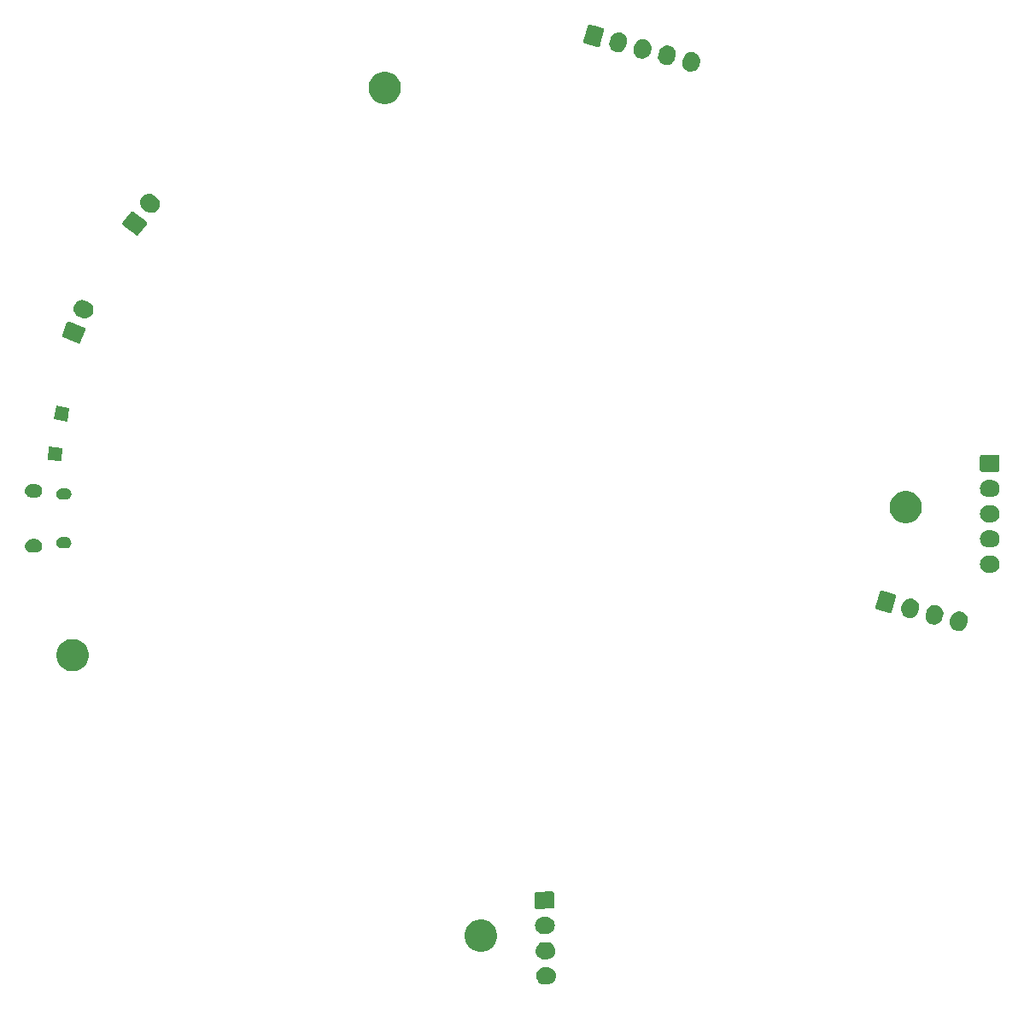
<source format=gbr>
G04 #@! TF.GenerationSoftware,KiCad,Pcbnew,(5.1.4)-1*
G04 #@! TF.CreationDate,2020-09-27T16:22:14-07:00*
G04 #@! TF.ProjectId,StarGazer,53746172-4761-47a6-9572-2e6b69636164,rev?*
G04 #@! TF.SameCoordinates,Original*
G04 #@! TF.FileFunction,Soldermask,Bot*
G04 #@! TF.FilePolarity,Negative*
%FSLAX46Y46*%
G04 Gerber Fmt 4.6, Leading zero omitted, Abs format (unit mm)*
G04 Created by KiCad (PCBNEW (5.1.4)-1) date 2020-09-27 16:22:14*
%MOMM*%
%LPD*%
G04 APERTURE LIST*
%ADD10C,0.100000*%
G04 APERTURE END LIST*
D10*
G36*
X162652544Y-135515898D02*
G01*
X162788647Y-135553834D01*
X162813835Y-135560855D01*
X162813836Y-135560855D01*
X162813838Y-135560856D01*
X162963251Y-135636412D01*
X163095057Y-135739667D01*
X163204186Y-135866655D01*
X163286445Y-136012490D01*
X163338673Y-136171576D01*
X163358860Y-136337786D01*
X163346233Y-136504740D01*
X163346232Y-136504743D01*
X163346232Y-136504744D01*
X163301277Y-136666031D01*
X163263708Y-136740322D01*
X163225717Y-136815452D01*
X163122465Y-136947253D01*
X162995477Y-137056383D01*
X162950285Y-137081873D01*
X162849641Y-137138642D01*
X162828101Y-137145713D01*
X162690559Y-137190869D01*
X162567734Y-137205786D01*
X162565990Y-137205998D01*
X162232579Y-137213564D01*
X162232571Y-137213564D01*
X162107456Y-137204102D01*
X162008495Y-137176518D01*
X161946165Y-137159145D01*
X161796748Y-137083587D01*
X161796744Y-137083585D01*
X161664943Y-136980333D01*
X161598142Y-136902600D01*
X161555813Y-136853345D01*
X161473554Y-136707509D01*
X161459937Y-136666029D01*
X161421327Y-136548427D01*
X161401139Y-136382214D01*
X161413766Y-136215260D01*
X161441350Y-136116299D01*
X161458723Y-136053969D01*
X161534281Y-135904552D01*
X161534283Y-135904548D01*
X161637535Y-135772747D01*
X161715268Y-135705946D01*
X161764523Y-135663617D01*
X161910359Y-135581358D01*
X161949678Y-135568450D01*
X162069441Y-135529131D01*
X162185326Y-135515057D01*
X162194009Y-135514002D01*
X162527421Y-135506436D01*
X162527428Y-135506436D01*
X162652544Y-135515898D01*
X162652544Y-135515898D01*
G37*
G36*
X162595826Y-133016541D02*
G01*
X162731929Y-133054477D01*
X162757117Y-133061498D01*
X162757118Y-133061498D01*
X162757120Y-133061499D01*
X162906533Y-133137055D01*
X163038339Y-133240310D01*
X163147468Y-133367298D01*
X163229727Y-133513133D01*
X163281955Y-133672219D01*
X163302142Y-133838429D01*
X163289515Y-134005383D01*
X163289514Y-134005386D01*
X163289514Y-134005387D01*
X163244559Y-134166674D01*
X163206990Y-134240965D01*
X163168999Y-134316095D01*
X163065747Y-134447896D01*
X162938759Y-134557026D01*
X162893567Y-134582516D01*
X162792923Y-134639285D01*
X162771383Y-134646356D01*
X162633841Y-134691512D01*
X162511016Y-134706429D01*
X162509272Y-134706641D01*
X162175861Y-134714207D01*
X162175853Y-134714207D01*
X162050738Y-134704745D01*
X161951777Y-134677161D01*
X161889447Y-134659788D01*
X161740030Y-134584230D01*
X161740026Y-134584228D01*
X161608225Y-134480976D01*
X161541424Y-134403243D01*
X161499095Y-134353988D01*
X161416836Y-134208152D01*
X161403219Y-134166672D01*
X161364609Y-134049070D01*
X161344421Y-133882857D01*
X161357048Y-133715903D01*
X161384632Y-133616942D01*
X161402005Y-133554612D01*
X161477563Y-133405195D01*
X161477565Y-133405191D01*
X161580817Y-133273390D01*
X161658550Y-133206589D01*
X161707805Y-133164260D01*
X161853641Y-133082001D01*
X161892960Y-133069093D01*
X162012723Y-133029774D01*
X162128608Y-133015700D01*
X162137291Y-133014645D01*
X162470703Y-133007079D01*
X162470710Y-133007079D01*
X162595826Y-133016541D01*
X162595826Y-133016541D01*
G37*
G36*
X156386703Y-130841487D02*
G01*
X156677885Y-130962097D01*
X156939942Y-131137199D01*
X157162801Y-131360058D01*
X157337903Y-131622115D01*
X157458513Y-131913297D01*
X157520000Y-132222413D01*
X157520000Y-132537587D01*
X157458513Y-132846703D01*
X157337903Y-133137885D01*
X157162801Y-133399942D01*
X156939942Y-133622801D01*
X156677885Y-133797903D01*
X156386703Y-133918513D01*
X156077587Y-133980000D01*
X155762413Y-133980000D01*
X155453297Y-133918513D01*
X155162115Y-133797903D01*
X154900058Y-133622801D01*
X154677199Y-133399942D01*
X154502097Y-133137885D01*
X154381487Y-132846703D01*
X154320000Y-132537587D01*
X154320000Y-132222413D01*
X154381487Y-131913297D01*
X154502097Y-131622115D01*
X154677199Y-131360058D01*
X154900058Y-131137199D01*
X155162115Y-130962097D01*
X155453297Y-130841487D01*
X155762413Y-130780000D01*
X156077587Y-130780000D01*
X156386703Y-130841487D01*
X156386703Y-130841487D01*
G37*
G36*
X162539107Y-130517185D02*
G01*
X162675210Y-130555121D01*
X162700398Y-130562142D01*
X162700399Y-130562142D01*
X162700401Y-130562143D01*
X162849814Y-130637699D01*
X162981620Y-130740954D01*
X163090749Y-130867942D01*
X163173008Y-131013777D01*
X163225236Y-131172863D01*
X163245423Y-131339073D01*
X163232796Y-131506027D01*
X163232795Y-131506030D01*
X163232795Y-131506031D01*
X163187840Y-131667318D01*
X163150271Y-131741609D01*
X163112280Y-131816739D01*
X163009028Y-131948540D01*
X162882040Y-132057670D01*
X162836848Y-132083160D01*
X162736204Y-132139929D01*
X162714664Y-132147000D01*
X162577122Y-132192156D01*
X162454297Y-132207073D01*
X162452553Y-132207285D01*
X162119142Y-132214851D01*
X162119134Y-132214851D01*
X161994019Y-132205389D01*
X161895058Y-132177805D01*
X161832728Y-132160432D01*
X161683311Y-132084874D01*
X161683307Y-132084872D01*
X161551506Y-131981620D01*
X161484705Y-131903887D01*
X161442376Y-131854632D01*
X161360117Y-131708796D01*
X161346500Y-131667316D01*
X161307890Y-131549714D01*
X161287702Y-131383501D01*
X161300329Y-131216547D01*
X161327913Y-131117586D01*
X161345286Y-131055256D01*
X161420844Y-130905839D01*
X161420846Y-130905835D01*
X161524098Y-130774034D01*
X161601831Y-130707233D01*
X161651086Y-130664904D01*
X161796922Y-130582645D01*
X161836241Y-130569737D01*
X161956004Y-130530418D01*
X162071889Y-130516344D01*
X162080572Y-130515289D01*
X162413984Y-130507723D01*
X162413991Y-130507723D01*
X162539107Y-130517185D01*
X162539107Y-130517185D01*
G37*
G36*
X162993037Y-127998294D02*
G01*
X163033434Y-128009554D01*
X163070850Y-128028475D01*
X163103857Y-128054332D01*
X163131186Y-128086134D01*
X163151788Y-128122659D01*
X163164867Y-128162497D01*
X163170224Y-128206606D01*
X163170981Y-128239954D01*
X163170982Y-128239964D01*
X163198207Y-129439655D01*
X163198206Y-129439665D01*
X163198963Y-129473013D01*
X163195613Y-129517318D01*
X163184353Y-129557715D01*
X163165432Y-129595131D01*
X163139575Y-129628138D01*
X163107773Y-129655467D01*
X163071248Y-129676069D01*
X163031410Y-129689148D01*
X162987301Y-129694505D01*
X162953953Y-129695262D01*
X162953943Y-129695263D01*
X161504316Y-129728160D01*
X161504306Y-129728159D01*
X161470958Y-129728916D01*
X161426653Y-129725566D01*
X161386256Y-129714306D01*
X161348840Y-129695385D01*
X161315833Y-129669528D01*
X161288504Y-129637726D01*
X161267902Y-129601201D01*
X161254823Y-129561363D01*
X161249466Y-129517254D01*
X161248709Y-129483906D01*
X161248708Y-129483896D01*
X161221483Y-128284205D01*
X161221484Y-128284195D01*
X161220727Y-128250847D01*
X161224077Y-128206542D01*
X161235337Y-128166145D01*
X161254258Y-128128729D01*
X161280115Y-128095722D01*
X161311917Y-128068393D01*
X161348442Y-128047791D01*
X161388280Y-128034712D01*
X161432389Y-128029355D01*
X161465737Y-128028598D01*
X161465747Y-128028597D01*
X162915374Y-127995700D01*
X162915384Y-127995701D01*
X162948732Y-127994944D01*
X162993037Y-127998294D01*
X162993037Y-127998294D01*
G37*
G36*
X115896703Y-103011487D02*
G01*
X116187885Y-103132097D01*
X116449942Y-103307199D01*
X116672801Y-103530058D01*
X116847903Y-103792115D01*
X116968513Y-104083297D01*
X117030000Y-104392413D01*
X117030000Y-104707587D01*
X116968513Y-105016703D01*
X116847903Y-105307885D01*
X116672801Y-105569942D01*
X116449942Y-105792801D01*
X116187885Y-105967903D01*
X115896703Y-106088513D01*
X115587587Y-106150000D01*
X115272413Y-106150000D01*
X114963297Y-106088513D01*
X114672115Y-105967903D01*
X114410058Y-105792801D01*
X114187199Y-105569942D01*
X114012097Y-105307885D01*
X113891487Y-105016703D01*
X113830000Y-104707587D01*
X113830000Y-104392413D01*
X113891487Y-104083297D01*
X114012097Y-103792115D01*
X114187199Y-103530058D01*
X114410058Y-103307199D01*
X114672115Y-103132097D01*
X114963297Y-103011487D01*
X115272413Y-102950000D01*
X115587587Y-102950000D01*
X115896703Y-103011487D01*
X115896703Y-103011487D01*
G37*
G36*
X203553412Y-100254250D02*
G01*
X203710112Y-100313227D01*
X203778777Y-100355926D01*
X203852300Y-100401645D01*
X203950943Y-100494035D01*
X203974506Y-100516104D01*
X204072033Y-100652201D01*
X204141135Y-100804712D01*
X204179156Y-100967772D01*
X204184635Y-101135122D01*
X204164196Y-101258918D01*
X204077879Y-101581065D01*
X204033680Y-101698501D01*
X203945261Y-101840690D01*
X203830806Y-101962893D01*
X203694706Y-102060422D01*
X203542195Y-102129524D01*
X203379135Y-102167546D01*
X203217269Y-102172845D01*
X203211791Y-102173024D01*
X203211790Y-102173024D01*
X203170490Y-102166205D01*
X203046588Y-102145750D01*
X202889888Y-102086773D01*
X202778315Y-102017392D01*
X202747700Y-101998355D01*
X202625495Y-101883898D01*
X202594532Y-101840689D01*
X202527967Y-101747799D01*
X202458865Y-101595288D01*
X202441426Y-101520498D01*
X202420843Y-101432228D01*
X202415365Y-101264883D01*
X202415365Y-101264879D01*
X202435804Y-101141083D01*
X202435805Y-101141075D01*
X202522120Y-100818940D01*
X202522121Y-100818936D01*
X202566320Y-100701499D01*
X202654739Y-100559310D01*
X202769194Y-100437107D01*
X202905294Y-100339578D01*
X203057805Y-100270476D01*
X203220864Y-100232455D01*
X203388209Y-100226976D01*
X203553412Y-100254250D01*
X203553412Y-100254250D01*
G37*
G36*
X201138597Y-99607202D02*
G01*
X201295297Y-99666179D01*
X201370037Y-99712656D01*
X201437485Y-99754597D01*
X201536129Y-99846988D01*
X201559691Y-99869056D01*
X201657218Y-100005153D01*
X201726320Y-100157664D01*
X201764341Y-100320724D01*
X201769820Y-100488074D01*
X201749381Y-100611870D01*
X201749380Y-100611875D01*
X201749379Y-100611879D01*
X201725366Y-100701499D01*
X201663064Y-100934017D01*
X201618865Y-101051453D01*
X201530446Y-101193642D01*
X201415991Y-101315845D01*
X201279891Y-101413374D01*
X201127380Y-101482476D01*
X200964320Y-101520498D01*
X200802454Y-101525797D01*
X200796976Y-101525976D01*
X200796975Y-101525976D01*
X200755675Y-101519158D01*
X200631773Y-101498702D01*
X200475073Y-101439725D01*
X200363500Y-101370344D01*
X200332885Y-101351307D01*
X200210680Y-101236850D01*
X200142054Y-101141083D01*
X200113152Y-101100751D01*
X200044050Y-100948240D01*
X200040732Y-100934012D01*
X200006028Y-100785180D01*
X200000550Y-100617835D01*
X200000550Y-100617831D01*
X200017345Y-100516104D01*
X200020990Y-100494027D01*
X200107305Y-100171892D01*
X200107306Y-100171888D01*
X200151505Y-100054451D01*
X200239924Y-99912262D01*
X200354379Y-99790059D01*
X200490479Y-99692530D01*
X200642990Y-99623428D01*
X200806049Y-99585407D01*
X200973394Y-99579928D01*
X201138597Y-99607202D01*
X201138597Y-99607202D01*
G37*
G36*
X198723783Y-98960155D02*
G01*
X198880483Y-99019132D01*
X198955223Y-99065609D01*
X199022671Y-99107550D01*
X199144876Y-99222008D01*
X199144877Y-99222009D01*
X199242404Y-99358106D01*
X199311506Y-99510617D01*
X199349527Y-99673677D01*
X199355006Y-99841027D01*
X199334567Y-99964823D01*
X199334566Y-99964828D01*
X199334565Y-99964832D01*
X199332970Y-99970784D01*
X199248250Y-100286970D01*
X199204051Y-100404406D01*
X199115632Y-100546595D01*
X199001177Y-100668798D01*
X198865077Y-100766327D01*
X198712566Y-100835429D01*
X198549506Y-100873451D01*
X198387640Y-100878750D01*
X198382162Y-100878929D01*
X198382161Y-100878929D01*
X198340861Y-100872110D01*
X198216959Y-100851655D01*
X198060259Y-100792678D01*
X197948686Y-100723297D01*
X197918071Y-100704260D01*
X197795866Y-100589803D01*
X197743053Y-100516103D01*
X197698338Y-100453704D01*
X197629236Y-100301193D01*
X197622074Y-100270477D01*
X197591214Y-100138133D01*
X197585736Y-99970788D01*
X197585736Y-99970784D01*
X197600028Y-99884222D01*
X197606176Y-99846980D01*
X197692491Y-99524845D01*
X197692492Y-99524841D01*
X197736691Y-99407404D01*
X197825110Y-99265215D01*
X197939565Y-99143012D01*
X198075665Y-99045483D01*
X198228176Y-98976381D01*
X198391235Y-98938360D01*
X198558580Y-98932881D01*
X198723783Y-98960155D01*
X198723783Y-98960155D01*
G37*
G36*
X195696119Y-98153152D02*
G01*
X195728349Y-98161788D01*
X196112605Y-98264749D01*
X196919686Y-98481006D01*
X196961276Y-98496659D01*
X196996885Y-98518802D01*
X197027487Y-98547465D01*
X197051912Y-98581549D01*
X197069217Y-98619743D01*
X197078738Y-98660576D01*
X197080110Y-98702490D01*
X197072872Y-98746327D01*
X197064236Y-98778557D01*
X196736363Y-100002200D01*
X196680314Y-100211376D01*
X196664661Y-100252965D01*
X196642517Y-100288575D01*
X196613854Y-100319178D01*
X196579772Y-100343602D01*
X196541577Y-100360908D01*
X196500745Y-100370428D01*
X196458830Y-100371800D01*
X196414993Y-100364562D01*
X196382763Y-100355926D01*
X195223652Y-100045343D01*
X195223651Y-100045343D01*
X195191426Y-100036708D01*
X195149836Y-100021055D01*
X195114227Y-99998912D01*
X195083625Y-99970249D01*
X195059200Y-99936165D01*
X195041895Y-99897971D01*
X195032374Y-99857138D01*
X195031002Y-99815224D01*
X195038240Y-99771387D01*
X195255609Y-98960155D01*
X195422163Y-98338564D01*
X195422163Y-98338563D01*
X195430798Y-98306338D01*
X195446451Y-98264749D01*
X195468595Y-98229139D01*
X195497258Y-98198536D01*
X195531340Y-98174112D01*
X195569535Y-98156806D01*
X195610367Y-98147286D01*
X195652282Y-98145914D01*
X195696119Y-98153152D01*
X195696119Y-98153152D01*
G37*
G36*
X206661625Y-94672298D02*
G01*
X206746600Y-94698075D01*
X206821855Y-94720903D01*
X206866649Y-94744846D01*
X206969521Y-94799832D01*
X207098949Y-94906051D01*
X207205168Y-95035479D01*
X207260154Y-95138351D01*
X207284097Y-95183145D01*
X207306925Y-95258400D01*
X207332702Y-95343375D01*
X207349113Y-95510000D01*
X207332702Y-95676625D01*
X207306925Y-95761600D01*
X207284097Y-95836855D01*
X207284096Y-95836856D01*
X207205168Y-95984521D01*
X207098949Y-96113949D01*
X206969521Y-96220168D01*
X206866649Y-96275154D01*
X206821855Y-96299097D01*
X206746600Y-96321925D01*
X206661625Y-96347702D01*
X206536757Y-96360000D01*
X206203243Y-96360000D01*
X206078375Y-96347702D01*
X205993400Y-96321925D01*
X205918145Y-96299097D01*
X205873351Y-96275154D01*
X205770479Y-96220168D01*
X205641051Y-96113949D01*
X205534832Y-95984521D01*
X205455904Y-95836856D01*
X205455903Y-95836855D01*
X205433075Y-95761600D01*
X205407298Y-95676625D01*
X205390887Y-95510000D01*
X205407298Y-95343375D01*
X205433075Y-95258400D01*
X205455903Y-95183145D01*
X205479846Y-95138351D01*
X205534832Y-95035479D01*
X205641051Y-94906051D01*
X205770479Y-94799832D01*
X205873351Y-94744846D01*
X205918145Y-94720903D01*
X205993400Y-94698075D01*
X206078375Y-94672298D01*
X206203243Y-94660000D01*
X206536757Y-94660000D01*
X206661625Y-94672298D01*
X206661625Y-94672298D01*
G37*
G36*
X111792021Y-93036365D02*
G01*
X111877319Y-93044766D01*
X111877322Y-93044767D01*
X111877323Y-93044767D01*
X112004561Y-93083364D01*
X112121824Y-93146042D01*
X112224606Y-93230394D01*
X112308958Y-93333176D01*
X112371636Y-93450439D01*
X112389042Y-93507819D01*
X112410234Y-93577681D01*
X112423266Y-93710000D01*
X112410234Y-93842319D01*
X112410233Y-93842322D01*
X112410233Y-93842323D01*
X112371636Y-93969561D01*
X112308958Y-94086824D01*
X112224606Y-94189606D01*
X112121824Y-94273958D01*
X112004561Y-94336636D01*
X111877323Y-94375233D01*
X111877322Y-94375233D01*
X111877319Y-94375234D01*
X111792021Y-94383635D01*
X111778159Y-94385000D01*
X111361841Y-94385000D01*
X111347979Y-94383635D01*
X111262681Y-94375234D01*
X111262678Y-94375233D01*
X111262677Y-94375233D01*
X111135439Y-94336636D01*
X111018176Y-94273958D01*
X110915394Y-94189606D01*
X110831042Y-94086824D01*
X110768364Y-93969561D01*
X110729767Y-93842323D01*
X110729767Y-93842322D01*
X110729766Y-93842319D01*
X110716734Y-93710000D01*
X110729766Y-93577681D01*
X110750958Y-93507819D01*
X110768364Y-93450439D01*
X110831042Y-93333176D01*
X110915394Y-93230394D01*
X111018176Y-93146042D01*
X111135439Y-93083364D01*
X111262677Y-93044767D01*
X111262678Y-93044767D01*
X111262681Y-93044766D01*
X111347979Y-93036365D01*
X111361841Y-93035000D01*
X111778159Y-93035000D01*
X111792021Y-93036365D01*
X111792021Y-93036365D01*
G37*
G36*
X114877815Y-92857957D02*
G01*
X114877818Y-92857958D01*
X114877819Y-92857958D01*
X114902127Y-92865332D01*
X114981493Y-92889407D01*
X115015000Y-92907317D01*
X115077042Y-92940479D01*
X115077045Y-92940481D01*
X115077046Y-92940482D01*
X115160791Y-93009209D01*
X115229518Y-93092954D01*
X115229521Y-93092958D01*
X115257895Y-93146042D01*
X115280593Y-93188507D01*
X115312043Y-93292185D01*
X115322662Y-93400000D01*
X115312043Y-93507815D01*
X115280593Y-93611493D01*
X115279280Y-93613949D01*
X115229521Y-93707042D01*
X115229519Y-93707045D01*
X115229518Y-93707046D01*
X115160791Y-93790791D01*
X115077046Y-93859518D01*
X115077042Y-93859521D01*
X115015000Y-93892683D01*
X114981493Y-93910593D01*
X114902127Y-93934668D01*
X114877819Y-93942042D01*
X114877818Y-93942042D01*
X114877815Y-93942043D01*
X114797024Y-93950000D01*
X114342976Y-93950000D01*
X114262185Y-93942043D01*
X114262182Y-93942042D01*
X114262181Y-93942042D01*
X114237873Y-93934668D01*
X114158507Y-93910593D01*
X114125000Y-93892683D01*
X114062958Y-93859521D01*
X114062954Y-93859518D01*
X113979209Y-93790791D01*
X113910482Y-93707046D01*
X113910481Y-93707045D01*
X113910479Y-93707042D01*
X113860720Y-93613949D01*
X113859407Y-93611493D01*
X113827957Y-93507815D01*
X113817338Y-93400000D01*
X113827957Y-93292185D01*
X113859407Y-93188507D01*
X113882105Y-93146042D01*
X113910479Y-93092958D01*
X113910482Y-93092954D01*
X113979209Y-93009209D01*
X114062954Y-92940482D01*
X114062955Y-92940481D01*
X114062958Y-92940479D01*
X114125000Y-92907317D01*
X114158507Y-92889407D01*
X114237873Y-92865332D01*
X114262181Y-92857958D01*
X114262182Y-92857958D01*
X114262185Y-92857957D01*
X114342976Y-92850000D01*
X114797024Y-92850000D01*
X114877815Y-92857957D01*
X114877815Y-92857957D01*
G37*
G36*
X206661625Y-92172298D02*
G01*
X206746600Y-92198075D01*
X206821855Y-92220903D01*
X206866649Y-92244846D01*
X206969521Y-92299832D01*
X207098949Y-92406051D01*
X207205168Y-92535479D01*
X207260154Y-92638351D01*
X207284097Y-92683145D01*
X207306925Y-92758400D01*
X207332702Y-92843375D01*
X207349113Y-93010000D01*
X207332702Y-93176625D01*
X207316391Y-93230394D01*
X207284097Y-93336855D01*
X207284096Y-93336856D01*
X207205168Y-93484521D01*
X207098949Y-93613949D01*
X206969521Y-93720168D01*
X206866649Y-93775154D01*
X206821855Y-93799097D01*
X206746600Y-93821925D01*
X206661625Y-93847702D01*
X206536757Y-93860000D01*
X206203243Y-93860000D01*
X206078375Y-93847702D01*
X205993400Y-93821925D01*
X205918145Y-93799097D01*
X205873351Y-93775154D01*
X205770479Y-93720168D01*
X205641051Y-93613949D01*
X205534832Y-93484521D01*
X205455904Y-93336856D01*
X205455903Y-93336855D01*
X205423609Y-93230394D01*
X205407298Y-93176625D01*
X205390887Y-93010000D01*
X205407298Y-92843375D01*
X205433075Y-92758400D01*
X205455903Y-92683145D01*
X205479846Y-92638351D01*
X205534832Y-92535479D01*
X205641051Y-92406051D01*
X205770479Y-92299832D01*
X205873351Y-92244846D01*
X205918145Y-92220903D01*
X205993400Y-92198075D01*
X206078375Y-92172298D01*
X206203243Y-92160000D01*
X206536757Y-92160000D01*
X206661625Y-92172298D01*
X206661625Y-92172298D01*
G37*
G36*
X198506703Y-88341487D02*
G01*
X198797885Y-88462097D01*
X199059942Y-88637199D01*
X199282801Y-88860058D01*
X199457903Y-89122115D01*
X199578513Y-89413297D01*
X199640000Y-89722413D01*
X199640000Y-90037587D01*
X199578513Y-90346703D01*
X199457903Y-90637885D01*
X199282801Y-90899942D01*
X199059942Y-91122801D01*
X198797885Y-91297903D01*
X198506703Y-91418513D01*
X198197587Y-91480000D01*
X197882413Y-91480000D01*
X197573297Y-91418513D01*
X197282115Y-91297903D01*
X197020058Y-91122801D01*
X196797199Y-90899942D01*
X196622097Y-90637885D01*
X196501487Y-90346703D01*
X196440000Y-90037587D01*
X196440000Y-89722413D01*
X196501487Y-89413297D01*
X196622097Y-89122115D01*
X196797199Y-88860058D01*
X197020058Y-88637199D01*
X197282115Y-88462097D01*
X197573297Y-88341487D01*
X197882413Y-88280000D01*
X198197587Y-88280000D01*
X198506703Y-88341487D01*
X198506703Y-88341487D01*
G37*
G36*
X206661625Y-89672298D02*
G01*
X206746600Y-89698075D01*
X206821855Y-89720903D01*
X206866649Y-89744846D01*
X206969521Y-89799832D01*
X207098949Y-89906051D01*
X207205168Y-90035479D01*
X207260154Y-90138351D01*
X207284097Y-90183145D01*
X207306925Y-90258400D01*
X207332702Y-90343375D01*
X207349113Y-90510000D01*
X207332702Y-90676625D01*
X207306925Y-90761600D01*
X207284097Y-90836855D01*
X207284096Y-90836856D01*
X207205168Y-90984521D01*
X207098949Y-91113949D01*
X206969521Y-91220168D01*
X206866649Y-91275154D01*
X206821855Y-91299097D01*
X206746600Y-91321925D01*
X206661625Y-91347702D01*
X206536757Y-91360000D01*
X206203243Y-91360000D01*
X206078375Y-91347702D01*
X205993400Y-91321925D01*
X205918145Y-91299097D01*
X205873351Y-91275154D01*
X205770479Y-91220168D01*
X205641051Y-91113949D01*
X205534832Y-90984521D01*
X205455904Y-90836856D01*
X205455903Y-90836855D01*
X205433075Y-90761600D01*
X205407298Y-90676625D01*
X205390887Y-90510000D01*
X205407298Y-90343375D01*
X205433075Y-90258400D01*
X205455903Y-90183145D01*
X205479846Y-90138351D01*
X205534832Y-90035479D01*
X205641051Y-89906051D01*
X205770479Y-89799832D01*
X205873351Y-89744846D01*
X205918145Y-89720903D01*
X205993400Y-89698075D01*
X206078375Y-89672298D01*
X206203243Y-89660000D01*
X206536757Y-89660000D01*
X206661625Y-89672298D01*
X206661625Y-89672298D01*
G37*
G36*
X114877815Y-88017957D02*
G01*
X114877818Y-88017958D01*
X114877819Y-88017958D01*
X114902127Y-88025332D01*
X114981493Y-88049407D01*
X115015000Y-88067317D01*
X115077042Y-88100479D01*
X115077045Y-88100481D01*
X115077046Y-88100482D01*
X115160791Y-88169209D01*
X115229518Y-88252954D01*
X115229521Y-88252958D01*
X115243975Y-88280000D01*
X115280593Y-88348507D01*
X115312043Y-88452185D01*
X115322662Y-88560000D01*
X115312043Y-88667815D01*
X115280593Y-88771493D01*
X115280592Y-88771494D01*
X115229521Y-88867042D01*
X115229519Y-88867045D01*
X115229518Y-88867046D01*
X115160791Y-88950791D01*
X115077046Y-89019518D01*
X115077042Y-89019521D01*
X115015000Y-89052683D01*
X114981493Y-89070593D01*
X114902127Y-89094668D01*
X114877819Y-89102042D01*
X114877818Y-89102042D01*
X114877815Y-89102043D01*
X114797024Y-89110000D01*
X114342976Y-89110000D01*
X114262185Y-89102043D01*
X114262182Y-89102042D01*
X114262181Y-89102042D01*
X114237873Y-89094668D01*
X114158507Y-89070593D01*
X114125000Y-89052683D01*
X114062958Y-89019521D01*
X114062954Y-89019518D01*
X113979209Y-88950791D01*
X113910482Y-88867046D01*
X113910481Y-88867045D01*
X113910479Y-88867042D01*
X113859408Y-88771494D01*
X113859407Y-88771493D01*
X113827957Y-88667815D01*
X113817338Y-88560000D01*
X113827957Y-88452185D01*
X113859407Y-88348507D01*
X113896025Y-88280000D01*
X113910479Y-88252958D01*
X113910482Y-88252954D01*
X113979209Y-88169209D01*
X114062954Y-88100482D01*
X114062955Y-88100481D01*
X114062958Y-88100479D01*
X114125000Y-88067317D01*
X114158507Y-88049407D01*
X114237873Y-88025332D01*
X114262181Y-88017958D01*
X114262182Y-88017958D01*
X114262185Y-88017957D01*
X114342976Y-88010000D01*
X114797024Y-88010000D01*
X114877815Y-88017957D01*
X114877815Y-88017957D01*
G37*
G36*
X111792021Y-87576365D02*
G01*
X111877319Y-87584766D01*
X111877322Y-87584767D01*
X111877323Y-87584767D01*
X112004561Y-87623364D01*
X112121824Y-87686042D01*
X112224606Y-87770394D01*
X112308958Y-87873176D01*
X112371636Y-87990439D01*
X112389524Y-88049408D01*
X112410234Y-88117681D01*
X112423266Y-88250000D01*
X112410234Y-88382319D01*
X112410233Y-88382322D01*
X112410233Y-88382323D01*
X112371636Y-88509561D01*
X112308958Y-88626824D01*
X112224606Y-88729606D01*
X112121824Y-88813958D01*
X112004561Y-88876636D01*
X111877323Y-88915233D01*
X111877322Y-88915233D01*
X111877319Y-88915234D01*
X111792021Y-88923635D01*
X111778159Y-88925000D01*
X111361841Y-88925000D01*
X111347979Y-88923635D01*
X111262681Y-88915234D01*
X111262678Y-88915233D01*
X111262677Y-88915233D01*
X111135439Y-88876636D01*
X111018176Y-88813958D01*
X110915394Y-88729606D01*
X110831042Y-88626824D01*
X110768364Y-88509561D01*
X110729767Y-88382323D01*
X110729767Y-88382322D01*
X110729766Y-88382319D01*
X110716734Y-88250000D01*
X110729766Y-88117681D01*
X110750476Y-88049408D01*
X110768364Y-87990439D01*
X110831042Y-87873176D01*
X110915394Y-87770394D01*
X111018176Y-87686042D01*
X111135439Y-87623364D01*
X111262677Y-87584767D01*
X111262678Y-87584767D01*
X111262681Y-87584766D01*
X111347979Y-87576365D01*
X111361841Y-87575000D01*
X111778159Y-87575000D01*
X111792021Y-87576365D01*
X111792021Y-87576365D01*
G37*
G36*
X206661625Y-87172298D02*
G01*
X206746600Y-87198075D01*
X206821855Y-87220903D01*
X206866649Y-87244846D01*
X206969521Y-87299832D01*
X207098949Y-87406051D01*
X207205168Y-87535479D01*
X207252143Y-87623364D01*
X207284097Y-87683145D01*
X207284976Y-87686044D01*
X207332702Y-87843375D01*
X207349113Y-88010000D01*
X207332702Y-88176625D01*
X207310444Y-88250000D01*
X207284097Y-88336855D01*
X207260154Y-88381649D01*
X207205168Y-88484521D01*
X207098949Y-88613949D01*
X206969521Y-88720168D01*
X206873498Y-88771493D01*
X206821855Y-88799097D01*
X206746600Y-88821925D01*
X206661625Y-88847702D01*
X206536757Y-88860000D01*
X206203243Y-88860000D01*
X206078375Y-88847702D01*
X205993400Y-88821925D01*
X205918145Y-88799097D01*
X205866502Y-88771493D01*
X205770479Y-88720168D01*
X205641051Y-88613949D01*
X205534832Y-88484521D01*
X205479846Y-88381649D01*
X205455903Y-88336855D01*
X205429556Y-88250000D01*
X205407298Y-88176625D01*
X205390887Y-88010000D01*
X205407298Y-87843375D01*
X205455024Y-87686044D01*
X205455903Y-87683145D01*
X205487857Y-87623364D01*
X205534832Y-87535479D01*
X205641051Y-87406051D01*
X205770479Y-87299832D01*
X205873351Y-87244846D01*
X205918145Y-87220903D01*
X205993400Y-87198075D01*
X206078375Y-87172298D01*
X206203243Y-87160000D01*
X206536757Y-87160000D01*
X206661625Y-87172298D01*
X206661625Y-87172298D01*
G37*
G36*
X207172585Y-84664355D02*
G01*
X207212715Y-84676528D01*
X207249689Y-84696292D01*
X207282106Y-84722894D01*
X207308708Y-84755311D01*
X207328472Y-84792285D01*
X207340645Y-84832415D01*
X207345000Y-84876634D01*
X207345000Y-86143366D01*
X207340645Y-86187585D01*
X207328472Y-86227715D01*
X207308708Y-86264689D01*
X207282106Y-86297106D01*
X207249689Y-86323708D01*
X207212715Y-86343472D01*
X207172585Y-86355645D01*
X207128366Y-86360000D01*
X205611634Y-86360000D01*
X205567415Y-86355645D01*
X205527285Y-86343472D01*
X205490311Y-86323708D01*
X205457894Y-86297106D01*
X205431292Y-86264689D01*
X205411528Y-86227715D01*
X205399355Y-86187585D01*
X205395000Y-86143366D01*
X205395000Y-84876634D01*
X205399355Y-84832415D01*
X205411528Y-84792285D01*
X205431292Y-84755311D01*
X205457894Y-84722894D01*
X205490311Y-84696292D01*
X205527285Y-84676528D01*
X205567415Y-84664355D01*
X205611634Y-84660000D01*
X207128366Y-84660000D01*
X207172585Y-84664355D01*
X207172585Y-84664355D01*
G37*
G36*
X114456035Y-83984448D02*
G01*
X114305552Y-85326035D01*
X112963965Y-85175552D01*
X113114448Y-83833965D01*
X114456035Y-83984448D01*
X114456035Y-83984448D01*
G37*
G36*
X115143864Y-80065200D02*
G01*
X114904800Y-81393864D01*
X113576136Y-81154800D01*
X113815200Y-79826136D01*
X115143864Y-80065200D01*
X115143864Y-80065200D01*
G37*
G36*
X115125021Y-71450022D02*
G01*
X115167551Y-71462923D01*
X116615016Y-72062483D01*
X116654201Y-72083429D01*
X116686618Y-72110031D01*
X116713220Y-72142448D01*
X116732983Y-72179422D01*
X116745157Y-72219554D01*
X116749267Y-72261279D01*
X116745157Y-72303004D01*
X116732255Y-72345537D01*
X116719492Y-72376350D01*
X116719490Y-72376356D01*
X116480136Y-72954208D01*
X116247502Y-73515836D01*
X116226556Y-73555022D01*
X116199954Y-73587439D01*
X116167537Y-73614041D01*
X116130564Y-73633804D01*
X116090432Y-73645978D01*
X116048706Y-73650088D01*
X116006979Y-73645978D01*
X115964449Y-73633077D01*
X114516984Y-73033517D01*
X114477799Y-73012571D01*
X114445382Y-72985969D01*
X114418780Y-72953552D01*
X114399017Y-72916578D01*
X114386843Y-72876446D01*
X114382733Y-72834721D01*
X114386843Y-72792996D01*
X114399745Y-72750463D01*
X114412508Y-72719650D01*
X114412510Y-72719644D01*
X114871730Y-71610989D01*
X114884498Y-71580164D01*
X114905444Y-71540978D01*
X114932046Y-71508561D01*
X114964463Y-71481959D01*
X115001436Y-71462196D01*
X115041568Y-71450022D01*
X115083294Y-71445912D01*
X115125021Y-71450022D01*
X115125021Y-71450022D01*
G37*
G36*
X116550758Y-69343198D02*
G01*
X116670833Y-69379623D01*
X116670835Y-69379624D01*
X116670839Y-69379625D01*
X116890781Y-69470729D01*
X117025143Y-69526384D01*
X117135813Y-69585538D01*
X117265244Y-69691760D01*
X117371460Y-69821185D01*
X117450388Y-69968850D01*
X117498993Y-70129082D01*
X117515404Y-70295706D01*
X117498992Y-70462332D01*
X117450386Y-70622562D01*
X117371459Y-70770224D01*
X117265236Y-70899657D01*
X117135811Y-71005872D01*
X116988145Y-71084801D01*
X116827913Y-71133406D01*
X116661289Y-71149817D01*
X116494663Y-71133405D01*
X116374579Y-71096977D01*
X116020272Y-70950217D01*
X115909607Y-70891065D01*
X115780175Y-70784842D01*
X115673961Y-70655419D01*
X115673960Y-70655418D01*
X115673958Y-70655415D01*
X115595030Y-70507750D01*
X115595029Y-70507749D01*
X115546425Y-70347520D01*
X115530014Y-70180896D01*
X115546426Y-70014270D01*
X115595031Y-69854043D01*
X115673961Y-69706376D01*
X115747880Y-69616306D01*
X115780181Y-69576948D01*
X115841793Y-69526385D01*
X115909606Y-69470732D01*
X115909607Y-69470731D01*
X115909610Y-69470729D01*
X116005494Y-69419479D01*
X116057276Y-69391800D01*
X116217505Y-69343196D01*
X116384129Y-69326785D01*
X116550758Y-69343198D01*
X116550758Y-69343198D01*
G37*
G36*
X121414981Y-60538532D02*
G01*
X121454226Y-60553302D01*
X121491965Y-60576770D01*
X122734932Y-61530532D01*
X122767364Y-61560908D01*
X122791789Y-61594992D01*
X122809094Y-61633186D01*
X122818615Y-61674019D01*
X122819987Y-61715933D01*
X122813157Y-61757298D01*
X122798387Y-61796543D01*
X122774919Y-61834282D01*
X122003785Y-62839243D01*
X121973409Y-62871675D01*
X121939325Y-62896100D01*
X121901131Y-62913405D01*
X121860298Y-62922926D01*
X121818384Y-62924298D01*
X121777019Y-62917468D01*
X121737774Y-62902698D01*
X121700035Y-62879230D01*
X120457068Y-61925468D01*
X120424636Y-61895092D01*
X120400211Y-61861008D01*
X120382906Y-61822814D01*
X120373385Y-61781981D01*
X120372013Y-61740067D01*
X120378843Y-61698702D01*
X120393613Y-61659457D01*
X120417081Y-61621718D01*
X121188215Y-60616757D01*
X121218591Y-60584325D01*
X121252675Y-60559900D01*
X121290869Y-60542595D01*
X121331702Y-60533074D01*
X121373616Y-60531702D01*
X121414981Y-60538532D01*
X121414981Y-60538532D01*
G37*
G36*
X123087941Y-58806498D02*
G01*
X123219962Y-58828294D01*
X123376665Y-58887273D01*
X123478278Y-58950461D01*
X123483225Y-58953537D01*
X123787475Y-59186996D01*
X123879061Y-59272776D01*
X123879063Y-59272778D01*
X123903271Y-59306561D01*
X123976590Y-59408875D01*
X124045691Y-59561385D01*
X124083712Y-59724445D01*
X124089190Y-59891790D01*
X124061916Y-60056992D01*
X124002938Y-60213694D01*
X123914520Y-60355882D01*
X123800063Y-60478085D01*
X123759980Y-60506808D01*
X123663964Y-60575614D01*
X123573624Y-60616546D01*
X123511453Y-60644715D01*
X123348392Y-60682736D01*
X123181047Y-60688214D01*
X123181046Y-60688214D01*
X123125980Y-60679123D01*
X123015845Y-60660940D01*
X122859145Y-60601962D01*
X122752585Y-60535699D01*
X122448329Y-60302235D01*
X122356747Y-60216459D01*
X122259219Y-60080359D01*
X122190117Y-59927849D01*
X122152096Y-59764788D01*
X122146618Y-59597444D01*
X122173892Y-59432242D01*
X122232871Y-59275539D01*
X122321286Y-59133357D01*
X122321288Y-59133354D01*
X122435746Y-59011149D01*
X122435748Y-59011147D01*
X122571845Y-58913621D01*
X122724355Y-58844519D01*
X122887416Y-58806498D01*
X123054760Y-58801020D01*
X123054761Y-58801020D01*
X123087941Y-58806498D01*
X123087941Y-58806498D01*
G37*
G36*
X146856703Y-46741487D02*
G01*
X147147885Y-46862097D01*
X147409942Y-47037199D01*
X147632801Y-47260058D01*
X147807903Y-47522115D01*
X147928513Y-47813297D01*
X147990000Y-48122413D01*
X147990000Y-48437587D01*
X147928513Y-48746703D01*
X147807903Y-49037885D01*
X147632801Y-49299942D01*
X147409942Y-49522801D01*
X147147885Y-49697903D01*
X146856703Y-49818513D01*
X146547587Y-49880000D01*
X146232413Y-49880000D01*
X145923297Y-49818513D01*
X145632115Y-49697903D01*
X145370058Y-49522801D01*
X145147199Y-49299942D01*
X144972097Y-49037885D01*
X144851487Y-48746703D01*
X144790000Y-48437587D01*
X144790000Y-48122413D01*
X144851487Y-47813297D01*
X144972097Y-47522115D01*
X145147199Y-47260058D01*
X145370058Y-47037199D01*
X145632115Y-46862097D01*
X145923297Y-46741487D01*
X146232413Y-46680000D01*
X146547587Y-46680000D01*
X146856703Y-46741487D01*
X146856703Y-46741487D01*
G37*
G36*
X177028670Y-44760440D02*
G01*
X177185370Y-44819417D01*
X177260110Y-44865894D01*
X177327558Y-44907835D01*
X177426202Y-45000226D01*
X177449764Y-45022294D01*
X177547291Y-45158391D01*
X177616393Y-45310902D01*
X177654414Y-45473962D01*
X177659893Y-45641312D01*
X177639454Y-45765108D01*
X177639453Y-45765113D01*
X177639452Y-45765117D01*
X177614699Y-45857497D01*
X177553137Y-46087255D01*
X177508938Y-46204691D01*
X177420519Y-46346880D01*
X177306064Y-46469083D01*
X177169964Y-46566612D01*
X177017453Y-46635714D01*
X176854393Y-46673736D01*
X176692527Y-46679035D01*
X176687049Y-46679214D01*
X176687048Y-46679214D01*
X176645748Y-46672396D01*
X176521846Y-46651940D01*
X176365146Y-46592963D01*
X176253573Y-46523582D01*
X176222958Y-46504545D01*
X176100753Y-46390088D01*
X176069790Y-46346879D01*
X176003225Y-46253989D01*
X175934123Y-46101478D01*
X175930805Y-46087250D01*
X175896101Y-45938418D01*
X175890623Y-45771073D01*
X175890623Y-45771069D01*
X175911062Y-45647273D01*
X175911063Y-45647265D01*
X175997378Y-45325130D01*
X175997379Y-45325126D01*
X176041578Y-45207689D01*
X176129997Y-45065500D01*
X176244452Y-44943297D01*
X176380552Y-44845768D01*
X176533063Y-44776666D01*
X176696122Y-44738645D01*
X176863467Y-44733166D01*
X177028670Y-44760440D01*
X177028670Y-44760440D01*
G37*
G36*
X174613856Y-44113393D02*
G01*
X174770556Y-44172370D01*
X174839221Y-44215069D01*
X174912744Y-44260788D01*
X175011387Y-44353178D01*
X175034950Y-44375247D01*
X175132477Y-44511344D01*
X175201579Y-44663855D01*
X175239600Y-44826915D01*
X175245079Y-44994265D01*
X175224640Y-45118061D01*
X175138323Y-45440208D01*
X175094124Y-45557644D01*
X175005705Y-45699833D01*
X174891250Y-45822036D01*
X174755150Y-45919565D01*
X174602639Y-45988667D01*
X174439579Y-46026689D01*
X174277713Y-46031988D01*
X174272235Y-46032167D01*
X174272234Y-46032167D01*
X174230934Y-46025349D01*
X174107032Y-46004893D01*
X173950332Y-45945916D01*
X173838759Y-45876535D01*
X173808144Y-45857498D01*
X173685939Y-45743041D01*
X173654976Y-45699832D01*
X173588411Y-45606942D01*
X173519309Y-45454431D01*
X173501870Y-45379641D01*
X173481287Y-45291371D01*
X173475809Y-45124026D01*
X173475809Y-45124022D01*
X173489566Y-45040698D01*
X173496249Y-45000218D01*
X173582564Y-44678083D01*
X173582565Y-44678079D01*
X173626764Y-44560642D01*
X173715183Y-44418453D01*
X173829638Y-44296250D01*
X173965738Y-44198721D01*
X174118249Y-44129619D01*
X174281308Y-44091598D01*
X174448653Y-44086119D01*
X174613856Y-44113393D01*
X174613856Y-44113393D01*
G37*
G36*
X172199041Y-43466345D02*
G01*
X172355741Y-43525322D01*
X172430481Y-43571799D01*
X172497929Y-43613740D01*
X172596573Y-43706131D01*
X172620135Y-43728199D01*
X172717662Y-43864296D01*
X172786764Y-44016807D01*
X172824785Y-44179867D01*
X172830264Y-44347217D01*
X172809825Y-44471013D01*
X172809824Y-44471018D01*
X172809823Y-44471022D01*
X172785810Y-44560642D01*
X172723508Y-44793160D01*
X172679309Y-44910596D01*
X172590890Y-45052785D01*
X172476435Y-45174988D01*
X172340335Y-45272517D01*
X172187824Y-45341619D01*
X172024764Y-45379641D01*
X171862898Y-45384940D01*
X171857420Y-45385119D01*
X171857419Y-45385119D01*
X171816119Y-45378301D01*
X171692217Y-45357845D01*
X171535517Y-45298868D01*
X171423944Y-45229487D01*
X171393329Y-45210450D01*
X171271124Y-45095993D01*
X171202498Y-45000226D01*
X171173596Y-44959894D01*
X171104494Y-44807383D01*
X171097332Y-44776667D01*
X171066472Y-44644323D01*
X171060994Y-44476978D01*
X171060994Y-44476974D01*
X171077789Y-44375247D01*
X171081434Y-44353170D01*
X171167749Y-44031035D01*
X171167750Y-44031031D01*
X171211949Y-43913594D01*
X171300368Y-43771405D01*
X171414823Y-43649202D01*
X171550923Y-43551673D01*
X171703434Y-43482571D01*
X171866493Y-43444550D01*
X172033838Y-43439071D01*
X172199041Y-43466345D01*
X172199041Y-43466345D01*
G37*
G36*
X169784227Y-42819298D02*
G01*
X169940927Y-42878275D01*
X170015667Y-42924752D01*
X170083115Y-42966693D01*
X170205320Y-43081151D01*
X170205321Y-43081152D01*
X170302848Y-43217249D01*
X170371950Y-43369760D01*
X170409971Y-43532820D01*
X170415450Y-43700170D01*
X170395011Y-43823966D01*
X170395010Y-43823971D01*
X170395009Y-43823975D01*
X170393414Y-43829927D01*
X170308694Y-44146113D01*
X170264495Y-44263549D01*
X170176076Y-44405738D01*
X170061621Y-44527941D01*
X169925521Y-44625470D01*
X169773010Y-44694572D01*
X169609950Y-44732594D01*
X169448084Y-44737893D01*
X169442606Y-44738072D01*
X169442605Y-44738072D01*
X169401305Y-44731253D01*
X169277403Y-44710798D01*
X169120703Y-44651821D01*
X169009130Y-44582440D01*
X168978515Y-44563403D01*
X168856310Y-44448946D01*
X168803497Y-44375246D01*
X168758782Y-44312847D01*
X168689680Y-44160336D01*
X168682518Y-44129620D01*
X168651658Y-43997276D01*
X168646180Y-43829931D01*
X168646180Y-43829927D01*
X168660472Y-43743365D01*
X168666620Y-43706123D01*
X168752935Y-43383988D01*
X168752936Y-43383984D01*
X168797135Y-43266547D01*
X168885554Y-43124358D01*
X169000009Y-43002155D01*
X169136109Y-42904626D01*
X169288620Y-42835524D01*
X169451679Y-42797503D01*
X169619024Y-42792024D01*
X169784227Y-42819298D01*
X169784227Y-42819298D01*
G37*
G36*
X166756563Y-42012295D02*
G01*
X166788793Y-42020931D01*
X167173049Y-42123892D01*
X167980130Y-42340149D01*
X168021720Y-42355802D01*
X168057329Y-42377945D01*
X168087931Y-42406608D01*
X168112356Y-42440692D01*
X168129661Y-42478886D01*
X168139182Y-42519719D01*
X168140554Y-42561633D01*
X168133316Y-42605470D01*
X168124680Y-42637700D01*
X167796807Y-43861343D01*
X167740758Y-44070519D01*
X167725105Y-44112108D01*
X167702961Y-44147718D01*
X167674298Y-44178321D01*
X167640216Y-44202745D01*
X167602021Y-44220051D01*
X167561189Y-44229571D01*
X167519274Y-44230943D01*
X167475437Y-44223705D01*
X167443207Y-44215069D01*
X166284096Y-43904486D01*
X166284095Y-43904486D01*
X166251870Y-43895851D01*
X166210280Y-43880198D01*
X166174671Y-43858055D01*
X166144069Y-43829392D01*
X166119644Y-43795308D01*
X166102339Y-43757114D01*
X166092818Y-43716281D01*
X166091446Y-43674367D01*
X166098684Y-43630530D01*
X166316053Y-42819298D01*
X166482607Y-42197707D01*
X166482607Y-42197706D01*
X166491242Y-42165481D01*
X166506895Y-42123892D01*
X166529039Y-42088282D01*
X166557702Y-42057679D01*
X166591784Y-42033255D01*
X166629979Y-42015949D01*
X166670811Y-42006429D01*
X166712726Y-42005057D01*
X166756563Y-42012295D01*
X166756563Y-42012295D01*
G37*
M02*

</source>
